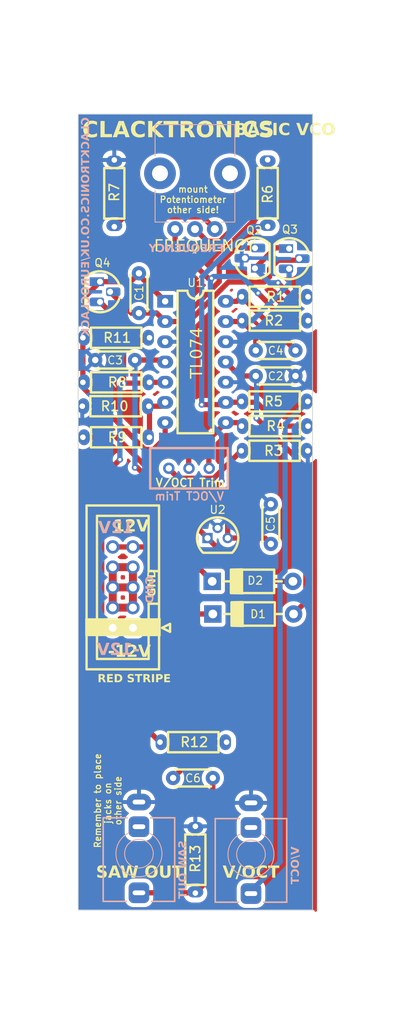
<source format=kicad_pcb>
(kicad_pcb (version 20221018) (generator pcbnew)
  (layers (0 "F.Cu" signal) (31 "B.Cu" signal) (34 "B.Paste" user) (35 "F.Paste" user) (36 "B.SilkS" user "B.Silkscreen") (37 "F.SilkS" user "F.Silkscreen") (38 "B.Mask" user) (39 "F.Mask" user) (44 "Edge.Cuts" user))
  (net 0 "")
  (net 1 "-12V")
  (net 2 "GND")
  (net 3 "+12V")
  (net 4 "Net-(D1-K)")
  (net 5 "Net-(D2-K)")
  (net 6 "Net-(Q3-C)")
  (net 7 "Net-(C4-Pad2)")
  (net 8 "+5V")
  (net 9 "Net-(J1-Pin_3)")
  (net 10 "Net-(C6-Pad1)")
  (net 11 "Net-(J3-PadT)")
  (net 12 "Net-(C6-Pad2)")
  (net 13 "Net-(U1B--)")
  (net 14 "Net-(Q2-E)")
  (net 15 "Net-(Q3-B)")
  (net 16 "Net-(R3-Pad2)")
  (net 17 "Net-(R4-Pad1)")
  (net 18 "Net-(U1C--)")
  (net 19 "Net-(R6-Pad1)")
  (net 20 "Net-(R7-Pad1)")
  (net 21 "Net-(R11-Pad1)")
  (net 22 "Net-(Q2-C)")
  (net 23 "Net-(Q4-D)")
  (net 24 "Net-(Q4-G)")
  (footprint "Clacktronics:R_Axial_DIN0204_L3.6mm_D1.6mm_P7.62mm_Horizontal" (layer "F.Cu") (at 125.85 79.7)
    (fp_text reference "R8" (at 4.318 0) (layer "F.SilkS") (effects (font (size 1.2 1.2) (thickness 0.2) bold)))
    (fp_text value "1M")
    (fp_line (start 1.016 -1.27) (end 1.016 1.27) (stroke (width 0.3)) (layer "F.SilkS"))
    (fp_line (start 1.016 1.27) (end 7.366 1.27) (stroke (width 0.3)) (layer "F.SilkS"))
    (fp_line (start 7.366 -1.27) (end 1.016 -1.27) (stroke (width 0.3)) (layer "F.SilkS"))
    (fp_line (start 7.366 1.27) (end 7.366 -1.27) (stroke (width 0.3)) (layer "F.SilkS"))
    (pad "1" thru_hole oval (at 0 0) (size 1.4 2) (drill 0.7 (offset 0.15 0)) (layers "*.Cu" "*.Mask") (net 21 "Net-(R11-Pad1)"))
    (pad "2" thru_hole oval (at 8.382 0 180) (size 1.4 2) (drill 0.7 (offset 0.15 0)) (layers "*.Cu" "*.Mask") (net 23 "Net-(Q4-D)"))
  )
  (footprint "Clacktronics:C_TH_Disc_P5.00mm" (layer "F.Cu") (at 149.5 95 -90)
    (fp_text reference "C5" (at 2.5 0.0254 90) (layer "F.SilkS"))
    (fp_text value "100n")
    (fp_line (start 0.23 -1.07) (end 0.23 -1.055) (stroke (width 0.3)) (layer "F.SilkS"))
    (fp_line (start 0.23 -1.07) (end 4.77 -1.07) (stroke (width 0.3)) (layer "F.SilkS"))
    (fp_line (start 0.23 1.055) (end 0.23 1.07) (stroke (width 0.3)) (layer "F.SilkS"))
    (fp_line (start 0.23 1.07) (end 4.77 1.07) (stroke (width 0.3)) (layer "F.SilkS"))
    (fp_line (start 4.77 -1.07) (end 4.77 -1.055) (stroke (width 0.3)) (layer "F.SilkS"))
    (fp_line (start 4.77 1.055) (end 4.77 1.07) (stroke (width 0.3)) (layer "F.SilkS"))
    (pad "1" thru_hole circle (at 0 0 270) (size 1.8 1.8) (drill 0.8) (layers "*.Cu" "*.Mask") (net 2 "GND"))
    (pad "2" thru_hole circle (at 5 0 270) (size 1.8 1.8) (drill 0.8) (layers "*.Cu" "*.Mask") (net 8 "+5V"))
  )
  (footprint "Package_TO_SOT_THT:TO-92_HandSolder" (layer "F.Cu") (at 151.8 62.9 -90)
    (fp_text reference "Q3" (at -2.4 -0.1) (layer "F.SilkS"))
    (fp_text value "2N3904")
    (fp_line (start -0.53 1.85) (end 3.07 1.85) (stroke (width 0.3)) (layer "F.SilkS"))
    (fp_arc (start -0.541875 1.841741) (mid -1.247231 -0.581764) (end 0.45 -2.45) (stroke (width 0.3)) (layer "F.SilkS"))
    (fp_arc (start 2.05 -2.45) (mid 3.769931 -0.601036) (end 3.078445 1.827684) (stroke (width 0.3)) (layer "F.SilkS"))
    (pad "1" thru_hole rect (at 0 0 270) (size 1.1 1.8) (drill 0.75 (offset 0 0.4)) (layers "*.Cu" "*.Mask") (net 14 "Net-(Q2-E)"))
    (pad "2" thru_hole roundrect (at 1.27 -1.27 270) (size 1.1 1.8) (drill 0.75 (offset 0 -0.4)) (layers "*.Cu" "*.Mask") (net 15 "Net-(Q3-B)"))
    (pad "3" thru_hole roundrect (at 2.54 0 270) (size 1.1 1.8) (drill 0.75 (offset 0 0.4)) (layers "*.Cu" "*.Mask") (net 6 "Net-(Q3-C)"))
  )
  (footprint "Clacktronics:R_Axial_DIN0204_L3.6mm_D1.6mm_P7.62mm_Horizontal" (layer "F.Cu") (at 129.8 60.1535 90)
    (fp_text reference "R7" (at 4.318 0 90) (layer "F.SilkS") (effects (font (size 1.2 1.2) (thickness 0.2) bold)))
    (fp_text value "2k")
    (fp_line (start 1.016 -1.27) (end 1.016 1.27) (stroke (width 0.3)) (layer "F.SilkS"))
    (fp_line (start 1.016 1.27) (end 7.366 1.27) (stroke (width 0.3)) (layer "F.SilkS"))
    (fp_line (start 7.366 -1.27) (end 1.016 -1.27) (stroke (width 0.3)) (layer "F.SilkS"))
    (fp_line (start 7.366 1.27) (end 7.366 -1.27) (stroke (width 0.3)) (layer "F.SilkS"))
    (pad "1" thru_hole oval (at 0 0 90) (size 1.4 2) (drill 0.7 (offset 0.15 0)) (layers "*.Cu" "*.Mask") (net 20 "Net-(R7-Pad1)"))
    (pad "2" thru_hole oval (at 8.382 0 270) (size 1.4 2) (drill 0.7 (offset 0.15 0)) (layers "*.Cu" "*.Mask") (net 2 "GND"))
  )
  (footprint "Clacktronics:R_Axial_DIN0204_L3.6mm_D1.6mm_P7.62mm_Horizontal" (layer "F.Cu") (at 145.7965 68.95)
    (fp_text reference "R1" (at 4.318 0) (layer "F.SilkS") (effects (font (size 1.2 1.2) (thickness 0.2) bold)))
    (fp_text value "10k")
    (fp_line (start 1.016 -1.27) (end 1.016 1.27) (stroke (width 0.3)) (layer "F.SilkS"))
    (fp_line (start 1.016 1.27) (end 7.366 1.27) (stroke (width 0.3)) (layer "F.SilkS"))
    (fp_line (start 7.366 -1.27) (end 1.016 -1.27) (stroke (width 0.3)) (layer "F.SilkS"))
    (fp_line (start 7.366 1.27) (end 7.366 -1.27) (stroke (width 0.3)) (layer "F.SilkS"))
    (pad "1" thru_hole oval (at 0 0) (size 1.4 2) (drill 0.7 (offset 0.15 0)) (layers "*.Cu" "*.Mask") (net 7 "Net-(C4-Pad2)"))
    (pad "2" thru_hole oval (at 8.382 0 180) (size 1.4 2) (drill 0.7 (offset 0.15 0)) (layers "*.Cu" "*.Mask") (net 14 "Net-(Q2-E)"))
  )
  (footprint "Clacktronics:R_Axial_DIN0204_L3.6mm_D1.6mm_P7.62mm_Horizontal" (layer "F.Cu") (at 125.8465 74.1)
    (fp_text reference "R11" (at 4.318 0) (layer "F.SilkS") (effects (font (size 1.2 1.2) (thickness 0.2) bold)))
    (fp_text value "20k")
    (fp_line (start 1.016 -1.27) (end 1.016 1.27) (stroke (width 0.3)) (layer "F.SilkS"))
    (fp_line (start 1.016 1.27) (end 7.366 1.27) (stroke (width 0.3)) (layer "F.SilkS"))
    (fp_line (start 7.366 -1.27) (end 1.016 -1.27) (stroke (width 0.3)) (layer "F.SilkS"))
    (fp_line (start 7.366 1.27) (end 7.366 -1.27) (stroke (width 0.3)) (layer "F.SilkS"))
    (pad "1" thru_hole oval (at 0 0) (size 1.4 2) (drill 0.7 (offset 0.15 0)) (layers "*.Cu" "*.Mask") (net 21 "Net-(R11-Pad1)"))
    (pad "2" thru_hole oval (at 8.382 0 180) (size 1.4 2) (drill 0.7 (offset 0.15 0)) (layers "*.Cu" "*.Mask") (net 24 "Net-(Q4-G)"))
  )
  (footprint "Clacktronics:R_Axial_DIN0204_L3.6mm_D1.6mm_P7.62mm_Horizontal" (layer "F.Cu") (at 140 143.8535 90)
    (fp_text reference "R13" (at 4.318 0 90) (layer "F.SilkS") (effects (font (size 1.2 1.2) (thickness 0.2) bold)))
    (fp_text value "1M")
    (fp_line (start 1.016 -1.27) (end 1.016 1.27) (stroke (width 0.3)) (layer "F.SilkS"))
    (fp_line (start 1.016 1.27) (end 7.366 1.27) (stroke (width 0.3)) (layer "F.SilkS"))
    (fp_line (start 7.366 -1.27) (end 1.016 -1.27) (stroke (width 0.3)) (layer "F.SilkS"))
    (fp_line (start 7.366 1.27) (end 7.366 -1.27) (stroke (width 0.3)) (layer "F.SilkS"))
    (pad "1" thru_hole oval (at 0 0 90) (size 1.4 2) (drill 0.7 (offset 0.15 0)) (layers "*.Cu" "*.Mask") (net 12 "Net-(C6-Pad2)"))
    (pad "2" thru_hole oval (at 8.382 0 270) (size 1.4 2) (drill 0.7 (offset 0.15 0)) (layers "*.Cu" "*.Mask") (net 2 "GND"))
  )
  (footprint "Package_TO_SOT_THT:TO-92" (layer "F.Cu") (at 141.53 99.26)
    (fp_text reference "U2" (at 1.27 -3.56) (layer "F.SilkS"))
    (fp_text value "L7805")
    (fp_line (start -0.53 1.85) (end 3.07 1.85) (stroke (width 0.3)) (layer "F.SilkS"))
    (fp_arc (start -0.568478 1.838478) (mid -1.132087 -0.994977) (end 1.27 -2.6) (stroke (width 0.3)) (layer "F.SilkS"))
    (fp_arc (start 1.27 -2.6) (mid 3.672087 -0.994977) (end 3.108478 1.838478) (stroke (width 0.3)) (layer "F.SilkS"))
    (pad "1" thru_hole rect (at 0 0) (size 1.3 1.3) (drill 0.75) (layers "*.Cu" "*.Mask") (net 3 "+12V"))
    (pad "2" thru_hole circle (at 1.27 -1.27) (size 1.3 1.3) (drill 0.75) (layers "*.Cu" "*.Mask") (net 2 "GND"))
    (pad "3" thru_hole circle (at 2.54 0) (size 1.3 1.3) (drill 0.75) (layers "*.Cu" "*.Mask") (net 8 "+5V"))
  )
  (footprint "Clacktronics:C_TH_Disc_P5.00mm" (layer "F.Cu") (at 147.6 75.7)
    (fp_text reference "C4" (at 2.5 0.0254) (layer "F.SilkS"))
    (fp_text value "100p")
    (fp_line (start 0.23 -1.07) (end 0.23 -1.055) (stroke (width 0.3)) (layer "F.SilkS"))
    (fp_line (start 0.23 -1.07) (end 4.77 -1.07) (stroke (width 0.3)) (layer "F.SilkS"))
    (fp_line (start 0.23 1.055) (end 0.23 1.07) (stroke (width 0.3)) (layer "F.SilkS"))
    (fp_line (start 0.23 1.07) (end 4.77 1.07) (stroke (width 0.3)) (layer "F.SilkS"))
    (fp_line (start 4.77 -1.07) (end 4.77 -1.055) (stroke (width 0.3)) (layer "F.SilkS"))
    (fp_line (start 4.77 1.055) (end 4.77 1.07) (stroke (width 0.3)) (layer "F.SilkS"))
    (pad "1" thru_hole circle (at 0 0) (size 1.8 1.8) (drill 0.8) (layers "*.Cu" "*.Mask") (net 6 "Net-(Q3-C)"))
    (pad "2" thru_hole circle (at 5 0) (size 1.8 1.8) (drill 0.8) (layers "*.Cu" "*.Mask") (net 7 "Net-(C4-Pad2)"))
  )
  (footprint "Clacktronics:R_Axial_DIN0204_L3.6mm_D1.6mm_P7.62mm_Horizontal" (layer "F.Cu") (at 125.8465 86.6)
    (fp_text reference "R9" (at 4.318 0) (layer "F.SilkS") (effects (font (size 1.2 1.2) (thickness 0.2) bold)))
    (fp_text value "100k")
    (fp_line (start 1.016 -1.27) (end 1.016 1.27) (stroke (width 0.3)) (layer "F.SilkS"))
    (fp_line (start 1.016 1.27) (end 7.366 1.27) (stroke (width 0.3)) (layer "F.SilkS"))
    (fp_line (start 7.366 -1.27) (end 1.016 -1.27) (stroke (width 0.3)) (layer "F.SilkS"))
    (fp_line (start 7.366 1.27) (end 7.366 -1.27) (stroke (width 0.3)) (layer "F.SilkS"))
    (pad "1" thru_hole oval (at 0 0) (size 1.4 2) (drill 0.7 (offset 0.15 0)) (layers "*.Cu" "*.Mask") (net 8 "+5V"))
    (pad "2" thru_hole oval (at 8.382 0 180) (size 1.4 2) (drill 0.7 (offset 0.15 0)) (layers "*.Cu" "*.Mask") (net 13 "Net-(U1B--)"))
  )
  (footprint "Clacktronics:D_TH_DO-41_P10.16mm" (layer "F.Cu") (at 142.2 108.8)
    (fp_text reference "D1" (at 5.69 0.01) (layer "F.SilkS"))
    (fp_text value "D")
    (fp_line (start 1.4 0) (end 2.35 0) (stroke (width 0.3)) (layer "F.SilkS"))
    (fp_line (start 2.36 -1.47) (end 2.36 1.47) (stroke (width 0.3)) (layer "F.SilkS"))
    (fp_line (start 2.36 1.47) (end 7.8 1.47) (stroke (width 0.3)) (layer "F.SilkS"))
    (fp_line (start 7.8 -1.47) (end 2.36 -1.47) (stroke (width 0.3)) (layer "F.SilkS"))
    (fp_line (start 7.8 0) (end 8.75 0) (stroke (width 0.3)) (layer "F.SilkS"))
    (fp_line (start 7.8 1.47) (end 7.8 -1.47) (stroke (width 0.3)) (layer "F.SilkS"))
    (fp_poly (pts (xy 2.36 -1.47) (xy 2.36 1.47) (xy 3.75 1.5) (xy 3.75 -1.5)) (stroke (width 0.3)) (fill solid) (layer "F.SilkS"))
    (pad "1" thru_hole rect (at 0 0) (size 2.2 2.2) (drill 1.1) (layers "*.Cu" "*.Mask") (net 4 "Net-(D1-K)"))
    (pad "2" thru_hole oval (at 10.16 0) (size 2.2 2.2) (drill 1.1) (layers "*.Cu" "*.Mask") (net 1 "-12V"))
  )
  (footprint "Clacktronics:R_Axial_DIN0204_L3.6mm_D1.6mm_P7.62mm_Horizontal" (layer "F.Cu") (at 145.7965 85.2)
    (fp_text reference "R4" (at 4.318 0) (layer "F.SilkS") (effects (font (size 1.2 1.2) (thickness 0.2) bold)))
    (fp_text value "2k")
    (fp_line (start 1.016 -1.27) (end 1.016 1.27) (stroke (width 0.3)) (layer "F.SilkS"))
    (fp_line (start 1.016 1.27) (end 7.366 1.27) (stroke (width 0.3)) (layer "F.SilkS"))
    (fp_line (start 7.366 -1.27) (end 1.016 -1.27) (stroke (width 0.3)) (layer "F.SilkS"))
    (fp_line (start 7.366 1.27) (end 7.366 -1.27) (stroke (width 0.3)) (layer "F.SilkS"))
    (pad "1" thru_hole oval (at 0 0) (size 1.4 2) (drill 0.7 (offset 0.15 0)) (layers "*.Cu" "*.Mask") (net 17 "Net-(R4-Pad1)"))
    (pad "2" thru_hole oval (at 8.382 0 180) (size 1.4 2) (drill 0.7 (offset 0.15 0)) (layers "*.Cu" "*.Mask") (net 18 "Net-(U1C--)"))
  )
  (footprint "Clacktronics:R_Axial_DIN0204_L3.6mm_D1.6mm_P7.62mm_Horizontal" (layer "F.Cu") (at 154.1535 82.1 180)
    (fp_text reference "R5" (at 4.318 0 180) (layer "F.SilkS") (effects (font (size 1.2 1.2) (thickness 0.2) bold)))
    (fp_text value "100k")
    (fp_line (start 1.016 -1.27) (end 1.016 1.27) (stroke (width 0.3)) (layer "F.SilkS"))
    (fp_line (start 1.016 1.27) (end 7.366 1.27) (stroke (width 0.3)) (layer "F.SilkS"))
    (fp_line (start 7.366 -1.27) (end 1.016 -1.27) (stroke (width 0.3)) (layer "F.SilkS"))
    (fp_line (start 7.366 1.27) (end 7.366 -1.27) (stroke (width 0.3)) (layer "F.SilkS"))
    (pad "1" thru_hole oval (at 0 0 180) (size 1.4 2) (drill 0.7 (offset 0.15 0)) (layers "*.Cu" "*.Mask") (net 11 "Net-(J3-PadT)"))
    (pad "2" thru_hole oval (at 8.382 0) (size 1.4 2) (drill 0.7 (offset 0.15 0)) (layers "*.Cu" "*.Mask") (net 18 "Net-(U1C--)"))
  )
  (footprint "Clacktronics:R_Axial_DIN0204_L3.6mm_D1.6mm_P7.62mm_Horizontal" (layer "F.Cu") (at 149.1 51.7465 -90)
    (fp_text reference "R6" (at 4.318 0 -90) (layer "F.SilkS") (effects (font (size 1.2 1.2) (thickness 0.2) bold)))
    (fp_text value "100k")
    (fp_line (start 1.016 -1.27) (end 1.016 1.27) (stroke (width 0.3)) (layer "F.SilkS"))
    (fp_line (start 1.016 1.27) (end 7.366 1.27) (stroke (width 0.3)) (layer "F.SilkS"))
    (fp_line (start 7.366 -1.27) (end 1.016 -1.27) (stroke (width 0.3)) (layer "F.SilkS"))
    (fp_line (start 7.366 1.27) (end 7.366 -1.27) (stroke (width 0.3)) (layer "F.SilkS"))
    (pad "1" thru_hole oval (at 0 0 270) (size 1.4 2) (drill 0.7 (offset 0.15 0)) (layers "*.Cu" "*.Mask") (net 19 "Net-(R6-Pad1)"))
    (pad "2" thru_hole oval (at 8.382 0 90) (size 1.4 2) (drill 0.7 (offset 0.15 0)) (layers "*.Cu" "*.Mask") (net 18 "Net-(U1C--)"))
  )
  (footprint "Clacktronics:C_TH_Disc_P5.00mm" (layer "F.Cu") (at 127.4 76.9)
    (fp_text reference "C3" (at 2.5 0.0254) (layer "F.SilkS"))
    (fp_text value "100n")
    (fp_line (start 0.23 -1.07) (end 0.23 -1.055) (stroke (width 0.3)) (layer "F.SilkS"))
    (fp_line (start 0.23 -1.07) (end 4.77 -1.07) (stroke (width 0.3)) (layer "F.SilkS"))
    (fp_line (start 0.23 1.055) (end 0.23 1.07) (stroke (width 0.3)) (layer "F.SilkS"))
    (fp_line (start 0.23 1.07) (end 4.77 1.07) (stroke (width 0.3)) (layer "F.SilkS"))
    (fp_line (start 4.77 -1.07) (end 4.77 -1.055) (stroke (width 0.3)) (layer "F.SilkS"))
    (fp_line (start 4.77 1.055) (end 4.77 1.07) (stroke (width 0.3)) (layer "F.SilkS"))
    (pad "1" thru_hole circle (at 0 0) (size 1.8 1.8) (drill 0.8) (layers "*.Cu" "*.Mask") (net 2 "GND"))
    (pad "2" thru_hole circle (at 5 0) (size 1.8 1.8) (drill 0.8) (layers "*.Cu" "*.Mask") (net 3 "+12V"))
  )
  (footprint "Clacktronics:R_Axial_DIN0204_L3.6mm_D1.6mm_P7.62mm_Horizontal" (layer "F.Cu") (at 154.2 71.95 180)
    (fp_text reference "R2" (at 4.318 0 180) (layer "F.SilkS") (effects (font (size 1.2 1.2) (thickness 0.2) bold)))
    (fp_text value "1M")
    (fp_line (start 1.016 -1.27) (end 1.016 1.27) (stroke (width 0.3)) (layer "F.SilkS"))
    (fp_line (start 1.016 1.27) (end 7.366 1.27) (stroke (width 0.3)) (layer "F.SilkS"))
    (fp_line (start 7.366 -1.27) (end 1.016 -1.27) (stroke (width 0.3)) (layer "F.SilkS"))
    (fp_line (start 7.366 1.27) (end 7.366 -1.27) (stroke (width 0.3)) (layer "F.SilkS"))
    (pad "1" thru_hole oval (at 0 0 180) (size 1.4 2) (drill 0.7 (offset 0.15 0)) (layers "*.Cu" "*.Mask") (net 8 "+5V"))
    (pad "2" thru_hole oval (at 8.382 0) (size 1.4 2) (drill 0.7 (offset 0.15 0)) (layers "*.Cu" "*.Mask") (net 6 "Net-(Q3-C)"))
  )
  (footprint "Clacktronics:C_TH_Disc_P5.00mm" (layer "F.Cu") (at 132.9 71 90)
    (fp_text reference "C1" (at 2.5 0.0254 90) (layer "F.SilkS"))
    (fp_text value "1u")
    (fp_line (start 0.23 -1.07) (end 0.23 -1.055) (stroke (width 0.3)) (layer "F.SilkS"))
    (fp_line (start 0.23 -1.07) (end 4.77 -1.07) (stroke (width 0.3)) (layer "F.SilkS"))
    (fp_line (start 0.23 1.055) (end 0.23 1.07) (stroke (width 0.3)) (layer "F.SilkS"))
    (fp_line (start 0.23 1.07) (end 4.77 1.07) (stroke (width 0.3)) (layer "F.SilkS"))
    (fp_line (start 4.77 -1.07) (end 4.77 -1.055) (stroke (width 0.3)) (layer "F.SilkS"))
    (fp_line (start 4.77 1.055) (end 4.77 1.07) (stroke (width 0.3)) (layer "F.SilkS"))
    (pad "1" thru_hole circle (at 0 0 90) (size 1.8 1.8) (drill 0.8) (layers "*.Cu" "*.Mask") (net 22 "Net-(Q2-C)"))
    (pad "2" thru_hole circle (at 5 0 90) (size 1.8 1.8) (drill 0.8) (layers "*.Cu" "*.Mask") (net 23 "Net-(Q4-D)"))
  )
  (footprint "Clacktronics:R_Axial_DIN0204_L3.6mm_D1.6mm_P7.62mm_Horizontal" (layer "F.Cu") (at 135.5465 124.9)
    (fp_text reference "R12" (at 4.318 0) (layer "F.SilkS") (effects (font (size 1.2 1.2) (thickness 0.2) bold)))
    (fp_text value "1k")
    (fp_line (start 1.016 -1.27) (end 1.016 1.27) (stroke (width 0.3)) (layer "F.SilkS"))
    (fp_line (start 1.016 1.27) (end 7.366 1.27) (stroke (width 0.3)) (layer "F.SilkS"))
    (fp_line (start 7.366 -1.27) (end 1.016 -1.27) (stroke (width 0.3)) (layer "F.SilkS"))
    (fp_line (start 7.366 1.27) (end 7.366 -1.27) (stroke (width 0.3)) (layer "F.SilkS"))
    (pad "1" thru_hole oval (at 0 0) (size 1.4 2) (drill 0.7 (offset 0.15 0)) (layers "*.Cu" "*.Mask") (net 23 "Net-(Q4-D)"))
    (pad "2" thru_hole oval (at 8.382 0 180) (size 1.4 2) (drill 0.7 (offset 0.15 0)) (layers "*.Cu" "*.Mask") (net 10 "Net-(C6-Pad1)"))
  )
  (footprint "Clacktronics:R_Axial_DIN0204_L3.6mm_D1.6mm_P7.62mm_Horizontal" (layer "F.Cu") (at 154.1535 88.3 180)
    (fp_text reference "R3" (at 4.318 0 180) (layer "F.SilkS") (effects (font (size 1.2 1.2) (thickness 0.2) bold)))
    (fp_text value "1M")
    (fp_line (start 1.016 -1.27) (end 1.016 1.27) (stroke (width 0.3)) (layer "F.SilkS"))
    (fp_line (start 1.016 1.27) (end 7.366 1.27) (stroke (width 0.3)) (layer "F.SilkS"))
    (fp_line (start 7.366 -1.27) (end 1.016 -1.27) (stroke (width 0.3)) (layer "F.SilkS"))
    (fp_line (start 7.366 1.27) (end 7.366 -1.27) (stroke (width 0.3)) (layer "F.SilkS"))
    (pad "1" thru_hole oval (at 0 0 180) (size 1.4 2) (drill 0.7 (offset 0.15 0)) (layers "*.Cu" "*.Mask") (net 2 "GND"))
    (pad "2" thru_hole oval (at 8.382 0) (size 1.4 2) (drill 0.7 (offset 0.15 0)) (layers "*.Cu" "*.Mask") (net 16 "Net-(R3-Pad2)"))
  )
  (footprint "Package_TO_SOT_THT:TO-92L_HandSolder" (layer "F.Cu") (at 128 67.06 -90)
    (fp_text reference "Q4" (at -2.36 -0.3) (layer "F.SilkS"))
    (fp_text value "J113")
    (fp_line (start -0.53 1.85) (end 3.07 1.85) (stroke (width 0.3)) (layer "F.SilkS"))
    (fp_arc (start -0.541453 1.842156) (mid -1.247298 -0.581475) (end 0.45 -2.45) (stroke (width 0.3)) (layer "F.SilkS"))
    (fp_arc (start 2.05 -2.45) (mid 3.769931 -0.601036) (end 3.078445 1.827684) (stroke (width 0.3)) (layer "F.SilkS"))
    (pad "1" thru_hole rect (at 0 0 270) (size 1.1 1.8) (drill 0.75 (offset 0 0.4)) (layers "*.Cu" "*.Mask") (net 23 "Net-(Q4-D)"))
    (pad "2" thru_hole roundrect (at 1.27 -1.27 270) (size 1.1 1.8) (drill 0.75 (offset 0 -0.4)) (layers "*.Cu" "*.Mask") (net 22 "Net-(Q2-C)"))
    (pad "3" thru_hole roundrect (at 2.54 0 270) (size 1.1 1.8) (drill 0.75 (offset 0 0.4)) (layers "*.Cu" "*.Mask") (net 24 "Net-(Q4-G)"))
  )
  (footprint "Clacktronics:D_TH_DO-41_P10.16mm" (layer "F.Cu") (at 142.12 104.7)
    (fp_text reference "D2" (at 5.41 -0.1) (layer "F.SilkS"))
    (fp_text value "D")
    (fp_line (start 1.4 0) (end 2.35 0) (stroke (width 0.3)) (layer "F.SilkS"))
    (fp_line (start 2.36 -1.47) (end 2.36 1.47) (stroke (width 0.3)) (layer "F.SilkS"))
    (fp_line (start 2.36 1.47) (end 7.8 1.47) (stroke (width 0.3)) (layer "F.SilkS"))
    (fp_line (start 7.8 -1.47) (end 2.36 -1.47) (stroke (width 0.3)) (layer "F.SilkS"))
    (fp_line (start 7.8 0) (end 8.75 0) (stroke (width 0.3)) (layer "F.SilkS"))
    (fp_line (start 7.8 1.47) (end 7.8 -1.47) (stroke (width 0.3)) (layer "F.SilkS"))
    (fp_poly (pts (xy 2.36 -1.47) (xy 2.36 1.47) (xy 3.75 1.5) (xy 3.75 -1.5)) (stroke (width 0.3)) (fill solid) (layer "F.SilkS"))
    (pad "1" thru_hole rect (at 0 0) (size 2.2 2.2) (drill 1.1) (layers "*.Cu" "*.Mask") (net 5 "Net-(D2-K)"))
    (pad "2" thru_hole oval (at 10.16 0) (size 2.2 2.2) (drill 1.1) (layers "*.Cu" "*.Mask") (net 3 "+12V"))
  )
  (footprint "Clacktronics:C_TH_Disc_P5.00mm" (layer "F.Cu") (at 137.2 129.4)
    (fp_text reference "C6" (at 2.5 0.0254) (layer "F.SilkS"))
    (fp_text value "1u")
    (fp_line (start 0.23 -1.07) (end 0.23 -1.055) (stroke (width 0.3)) (layer "F.SilkS"))
    (fp_line (start 0.23 -1.07) (end 4.77 -1.07) (stroke (width 0.3)) (layer "F.SilkS"))
    (fp_line (start 0.23 1.055) (end 0.23 1.07) (stroke (width 0.3)) (layer "F.SilkS"))
    (fp_line (start 0.23 1.07) (end 4.77 1.07) (stroke (width 0.3)) (layer "F.SilkS"))
    (fp_line (start 4.77 -1.07) (end 4.77 -1.055) (stroke (width 0.3)) (layer "F.SilkS"))
    (fp_line (start 4.77 1.055) (end 4.77 1.07) (stroke (width 0.3)) (layer "F.SilkS"))
    (pad "1" thru_hole circle (at 0 0) (size 1.8 1.8) (drill 0.8) (layers "*.Cu" "*.Mask") (net 10 "Net-(C6-Pad1)"))
    (pad "2" thru_hole circle (at 5 0) (size 1.8 1.8) (drill 0.8) (layers "*.Cu" "*.Mask") (net 12 "Net-(C6-Pad2)"))
  )
  (footprint "Connector_IDC:IDC-Header_2x05_P2.54mm_Vertical" (layer "F.Cu") (at 132.14 110.54 180)
    (fp_text reference "J1" hide)
    (fp_text value "Conn_02x05_Odd_Even")
    (fp_line (start -4.68 -0.5) (end -4.68 0.5) (stroke (width 0.3)) (layer "F.SilkS"))
    (fp_line (start -4.68 0.5) (end -3.68 0) (stroke (width 0.3)) (layer "F.SilkS"))
    (fp_line (start -3.68 0) (end -4.68 -0.5) (stroke (width 0.3)) (layer "F.SilkS"))
    (fp_line (start -3.29 -5.21) (end 5.83 -5.21) (stroke (width 0.3)) (layer "F.SilkS"))
    (fp_line (start -3.29 3.03) (end -1.98 3.03) (stroke (width 0.3)) (layer "F.SilkS"))
    (fp_line (start -3.29 15.37) (end -3.29 -5.21) (stroke (width 0.3)) (layer "F.SilkS"))
    (fp_line (start -1.98 -3.91) (end 4.52 -3.91) (stroke (width 0.3)) (layer "F.SilkS"))
    (fp_line (start -1.98 3.03) (end -1.98 -3.91) (stroke (width 0.3)) (layer "F.SilkS"))
    (fp_line (start -1.98 7.13) (end -3.29 7.13) (stroke (width 0.3)) (layer "F.SilkS"))
    (fp_line (start -1.98 7.13) (end -1.98 7.13) (stroke (width 0.3)) (layer "F.SilkS"))
    (fp_line (start -1.98 14.07) (end -1.98 7.13) (stroke (width 0.3)) (layer "F.SilkS"))
    (fp_line (start 4.52 -3.91) (end 4.52 14.07) (stroke (width 0.3)) (layer "F.SilkS"))
    (fp_line (start 4.52 14.07) (end -1.98 14.07) (stroke (width 0.3)) (layer "F.SilkS"))
    (fp_line (start 5.83 -5.21) (end 5.83 15.37) (stroke (width 0.3)) (layer "F.SilkS"))
    (fp_line (start 5.83 15.37) (end -3.29 15.37) (stroke (width 0.3)) (layer "F.SilkS"))
    (pad "1" thru_hole roundrect (at 0 0 180) (size 1.7 1.7) (drill 1) (layers "*.Cu" "*.Mask") (roundrect_rratio 0.147059) (net 4 "Net-(D1-K)"))
    (pad "2" thru_hole circle (at 2.54 0 180) (size 1.7 1.7) (drill 1) (layers "*.Cu" "*.Mask") (net 4 "Net-(D1-K)"))
    (pad "3" thru_hole circle (at 0 2.54 180) (size 1.7 1.7) (drill 1) (layers "*.Cu" "*.Mask") (net 9 "Net-(J1-Pin_3)"))
    (pad "4" thru_hole circle (at 2.54 2.54 180) (size 1.7 1.7) (drill 1) (layers "*.Cu" "*.Mask") (net 9 "Net-(J1-Pin_3)"))
    (pad "5" thru_hole circle (at 0 5.08 180) (size 1.7 1.7) (drill 1) (layers "*.Cu" "*.Mask") (net 9 "Net-(J1-Pin_3)"))
    (pad "6" thru_hole circle (at 2.54 5.08 180) (size 1.7 1.7) (drill 1) (layers "*.Cu" "*.Mask") (net 9 "Net-(J1-Pin_3)"))
    (pad "7" thru_hole circle (at 0 7.62 180) (size 1.7 1.7) (drill 1) (layers "*.Cu" "*.Mask") (net 9 "Net-(J1-Pin_3)"))
    (pad "8" thru_hole circle (at 2.54 7.62 180) (size 1.7 1.7) (drill 1) (layers "*.Cu" "*.Mask") (net 9 "Net-(J1-Pin_3)"))
    (pad "9" thru_hole circle (at 0 10.16 180) (size 1.7 1.7) (drill 1) (layers "*.Cu" "*.Mask") (net 5 "Net-(D2-K)"))
    (pad "10" thru_hole circle (at 2.54 10.16 180) (size 1.7 1.7) (drill 1) (layers "*.Cu" "*.Mask") (net 5 "Net-(D2-K)"))
  )
  (footprint "Clacktronics:DIP-14_W7.62mm_LongPads" (layer "F.Cu") (at 136.2 69.525)
    (fp_text reference "U1" (at 3.81 -2.33) (layer "F.SilkS"))
    (fp_text value "TL074")
    (fp_line (start 1.56 -1.33) (end 1.56 16.57) (stroke (width 0.3)) (layer "F.SilkS"))
    (fp_line (start 1.56 16.57) (end 6.06 16.57) (stroke (width 0.3)) (layer "F.SilkS"))
    (fp_line (start 2.81 -1.33) (end 1.56 -1.33) (stroke (width 0.3)) (layer "F.SilkS"))
    (fp_line (start 6.06 -1.33) (end 4.81 -1.33) (stroke (width 0.3)) (layer "F.SilkS"))
    (fp_line (start 6.06 16.57) (end 6.06 -1.33) (stroke (width 0.3)) (layer "F.SilkS"))
    (fp_arc (start 4.81 -1.33) (mid 3.81 -0.33) (end 2.81 -1.33) (stroke (width 0.3)) (layer "F.SilkS"))
    (pad "1" thru_hole rect (at 0 0) (size 2 1.6) (drill 0.8) (layers "*.Cu" "*.Mask") (net 23 "Net-(Q4-D)"))
    (pad "2" thru_hole oval (at 0 2.54) (size 2 1.6) (drill 0.8) (layers "*.Cu" "*.Mask") (net 22 "Net-(Q2-C)"))
    (pad "3" thru_hole oval (at 0 5.08) (size 2 1.6) (drill 0.8) (layers "*.Cu" "*.Mask") (net 2 "GND"))
    (pad "4" thru_hole oval (at 0 7.62) (size 2 1.6) (drill 0.8) (layers "*.Cu" "*.Mask") (net 3 "+12V"))
    (pad "5" thru_hole oval (at 0 10.16) (size 2 1.6) (drill 0.8) (layers "*.Cu" "*.Mask") (net 23 "Net-(Q4-D)"))
    (pad "6" thru_hole oval (at 0 12.7) (size 2 1.6) (drill 0.8) (layers "*.Cu" "*.Mask") (net 13 "Net-(U1B--)"))
    (pad "7" thru_hole oval (at 0 15.24) (size 2 1.6) (drill 0.8) (layers "*.Cu" "*.Mask") (net 21 "Net-(R11-Pad1)"))
    (pad "8" thru_hole oval (at 7.62 15.24) (size 2 1.6) (drill 0.8) (layers "*.Cu" "*.Mask") (net 17 "Net-(R4-Pad1)"))
    (pad "9" thru_hole oval (at 7.62 12.7) (size 2 1.6) (drill 0.8) (layers "*.Cu" "*.Mask") (net 18 "Net-(U1C--)"))
    (pad "10" thru_hole oval (at 7.62 10.16) (size 2 1.6) (drill 0.8) (layers "*.Cu" "*.Mask") (net 2 "GND"))
    (pad "11" thru_hole oval (at 7.62 7.62) (size 2 1.6) (drill 0.8) (layers "*.Cu" "*.Mask") (net 1 "-12V"))
    (pad "12" thru_hole oval (at 7.62 5.08) (size 2 1.6) (drill 0.8) (layers "*.Cu" "*.Mask") (net 2 "GND"))
    (pad "13" thru_hole oval (at 7.62 2.54) (size 2 1.6) (drill 0.8) (layers "*.Cu" "*.Mask") (net 6 "Net-(Q3-C)"))
    (pad "14" thru_hole oval (at 7.62 0) (size 2 1.6) (drill 0.8) (layers "*.Cu" "*.Mask") (net 7 "Net-(C4-Pad2)"))
  )
  (footprint "Clacktronics:C_TH_Disc_P5.00mm" (layer "F.Cu") (at 147.6 78.9)
    (fp_text reference "C2" (at 2.5 0.0254) (layer "F.SilkS"))
    (fp_text value "100n")
    (fp_line (start 0.23 -1.07) (end 0.23 -1.055) (stroke (width 0.3)) (layer "F.SilkS"))
    (fp_line (start 0.23 -1.07) (end 4.77 -1.07) (stroke (width 0.3)) (layer "F.SilkS"))
    (fp_line (start 0.23 1.055) (end 0.23 1.07) (stroke (width 0.3)) (layer "F.SilkS"))
    (fp_line (start 0.23 1.07) (end 4.77 1.07) (stroke (width 0.3)) (layer "F.SilkS"))
    (fp_line (start 4.77 -1.07) (end 4.77 -1.055) (stroke (width 0.3)) (layer "F.SilkS"))
    (fp_line (start 4.77 1.055) (end 4.77 1.07) (stroke (width 0.3)) (layer "F.SilkS"))
    (pad "1" thru_hole circle (at 0 0) (size 1.8 1.8) (drill 0.8) (layers "*.Cu" "*.Mask") (net 1 "-12V"))
    (pad "2" thru_hole circle (at 5 0) (size 1.8 1.8) (drill 0.8) (layers "*.Cu" "*.Mask") (net 2 "GND"))
  )
  (footprint "Package_TO_SOT_THT:TO-92_HandSolder" (layer "F.Cu") (at 147.5 65.37 90)
    (fp_text reference "Q2" (at 4.77 -0.1) (layer "F.SilkS"))
    (fp_text value "2N3904")
    (fp_line (start -0.53 1.85) (end 3.07 1.85) (stroke (width 0.3)) (layer "F.SilkS"))
    (fp_arc (start -0.541875 1.841741) (mid -1.247231 -0.581764) (end 0.45 -2.45) (stroke (width 0.3)) (layer "F.SilkS"))
    (fp_arc (start 2.05 -2.45) (mid 3.769931 -0.601036) (end 3.078445 1.827684) (stroke (width 0.3)) (layer "F.SilkS"))
    (pad "1" thru_hole rect (at 0 0 90) (size 1.1 1.8) (drill 0.75 (offset 0 0.4)) (layers "*.Cu" "*.Mask") (net 14 "Net-(Q2-E)"))
    (pad "2" thru_hole roundrect (at 1.27 -1.27 90) (size 1.1 1.8) (drill 0.75 (offset 0 -0.4)) (layers "*.Cu" "*.Mask") (net 2 "GND"))
    (pad "3" thru_hole roundrect (at 2.54 0 90) (size 1.1 1.8) (drill 0.75 (offset 0 0.4)) (layers "*.Cu" "*.Mask") (net 22 "Net-(Q2-C)"))
  )
  (footprint "Clacktronics:R_Axial_DIN0204_L3.6mm_D1.6mm_P7.62mm_Horizontal" (layer "F.Cu") (at 134.1535 82.7 180)
    (fp_text reference "R10" (at 4.318 0 180) (layer "F.SilkS") (effects (font (size 1.2 1.2) (thickness 0.2) bold)))
    (fp_text value "100k")
    (fp_line (start 1.016 -1.27) (end 1.016 1.27) (stroke (width 0.3)) (layer "F.SilkS"))
    (fp_line (start 1.016 1.27) (end 7.366 1.27) (stroke (width 0.3)) (layer "F.SilkS"))
    (fp_line (start 7.366 -1.27) (end 1.016 -1.27) (stroke (width 0.3)) (layer "F.SilkS"))
    (fp_line (start 7.366 1.27) (end 7.366 -1.27) (stroke (width 0.3)) (layer "F.SilkS"))
    (pad "1" thru_hole oval (at 0 0 180) (size 1.4 2) (drill 0.7 (offset 0.15 0)) (layers "*.Cu" "*.Mask") (net 13 "Net-(U1B--)"))
    (pad "2" thru_hole oval (at 8.382 0) (size 1.4 2) (drill 0.7 (offset 0.15 0)) (layers "*.Cu" "*.Mask") (net 2 "GND"))
  )
  (footprint "Potentiometer_THT:Potentiometer_Bourns_3296W_Vertical" (layer "B.Cu") (at 141.74 90.5)
    (fp_text reference "RV1" hide)
    (fp_text value "100Ω")
    (fp_line (start -7.425 -2.54) (end 2.345 -2.54) (stroke (width 0.3)) (layer "B.SilkS"))
    (fp_line (start -7.425 2.53) (end -7.425 -2.54) (stroke (width 0.3)) (layer "B.SilkS"))
    (fp_line (start -7.425 2.53) (end 2.345 2.53) (stroke (width 0.3)) (layer "B.SilkS"))
    (fp_line (start 2.345 2.53) (end 2.345 -2.54) (stroke (width 0.3)) (layer "B.SilkS"))
    (pad "1" thru_hole circle (at 0 0) (size 1.44 1.44) (drill 0.8) (layers "*.Cu" "*.Mask") (net 17 "Net-(R4-Pad1)"))
    (pad "2" thru_hole circle (at -2.54 0) (size 1.44 1.44) (drill 0.8) (layers "*.Cu" "*.Mask") (net 15 "Net-(Q3-B)"))
    (pad "3" thru_hole circle (at -5.08 0) (size 1.44 1.44) (drill 0.8) (layers "*.Cu" "*.Mask") (net 16 "Net-(R3-Pad2)"))
  )
  (footprint "AudioJacks:Jack_3.5mm_QingPu_WQP-PJ366ST_Vertical" (layer "B.Cu") (at 132.9 138.9)
    (fp_text reference "J2" hide)
    (fp_text value "SAW OUT")
    (fp_line (start -4.5 -4.5) (end -4.5 6) (stroke (width 0.2)) (layer "B.SilkS"))
    (fp_line (start -4.5 -4.5) (end -1.5 -4.5) (stroke (width 0.2)) (layer "B.SilkS"))
    (fp_line (start -4.5 6) (end -1.6 6) (stroke (width 0.2)) (layer "B.SilkS"))
    (fp_line (start 1.5 -4.5) (end 4.5 -4.5) (stroke (width 0.2)) (layer "B.SilkS"))
    (fp_line (start 1.6 6) (end 4.5 6) (stroke (width 0.2)) (layer "B.SilkS"))
    (fp_line (start 4.5 -4.5) (end 4.5 6) (stroke (width 0.2)) (layer "B.SilkS"))
    (fp_arc (start 0 2.895) (mid -2.817353 0.665994) (end -1.296263 -2.588577) (stroke (width 0.12)) (layer "B.SilkS"))
    (fp_arc (start 1.296263 -2.588577) (mid 2.817353 0.665994) (end 0 2.895) (stroke (width 0.12)) (layer "B.SilkS"))
    (fp_circle (center 0 0) (end -1.8 0) (stroke (width 0.12)) (fill none) (layer "B.SilkS"))
    (pad "R" thru_hole roundrect (at 0 -3.38) (size 2.6 2.6) (drill oval 1.6 0.6) (layers "*.Cu" "*.Mask"))
    (pad "S" thru_hole oval (at 0 -6.48) (size 3.1 2.1) (drill oval 1.6 0.6) (layers "*.Cu" "*.Mask") (net 2 "GND"))
    (pad "T" thru_hole roundrect (at 0 4.92) (size 2.6 2.6) (drill oval 1.6 0.6) (layers "*.Cu" "*.Mask") (net 12 "Net-(C6-Pad2)"))
  )
  (footprint "Clacktronics:POT_TH_Alps_RK09K_Single_Vertical" (layer "B.Cu") (at 139.95 52.95 180)
    (fp_text reference "RV2" hide)
    (fp_text value "10k")
    (fp_line (start -5.021 -6.62) (end -5.021 -2.683) (stroke (width 0.12)) (layer "B.SilkS"))
    (fp_line (start -5.021 -6.62) (end -3.371 -6.62) (stroke (width 0.12)) (layer "B.SilkS"))
    (fp_line (start -5.021 1.684) (end -5.021 5.62) (stroke (width 0.12)) (layer "B.SilkS"))
    (fp_line (start -5.021 5.62) (end 5.02 5.62) (stroke (width 0.12)) (layer "B.SilkS"))
    (fp_line (start -1.629 -6.62) (end -0.87 -6.62) (stroke (width 0.12)) (layer "B.SilkS"))
    (fp_line (start 0.871 -6.62) (end 1.63 -6.62) (stroke (width 0.12)) (layer "B.SilkS"))
    (fp_line (start 3.37 -6.62) (end 5.02 -6.62) (stroke (width 0.12)) (layer "B.SilkS"))
    (fp_line (start 5.02 -6.62) (end 5.02 -2.683) (stroke (width 0.12)) (layer "B.SilkS"))
    (fp_line (start 5.02 1.684) (end 5.02 5.62) (stroke (width 0.12)) (layer "B.SilkS"))
    (pad "" thru_hole circle (at -4.4 -0.5 90) (size 4 4) (drill 2) (layers "*.Cu" "*.Mask"))
    (pad "" thru_hole circle (at 4.4 -0.5 90) (size 4 4) (drill 2) (layers "*.Cu" "*.Mask"))
    (pad "1" thru_hole circle (at 2.5 -7.5 90) (size 2 2) (drill 1) (layers "*.Cu" "*.Mask") (net 8 "+5V"))
    (pad "2" thru_hole circle (at 0 -7.5 180) (size 2 2) (drill 1) (layers "*.Cu" "*.Mask") (net 19 "Net-(R6-Pad1)"))
    (pad "3" thru_hole circle (at -2.5 -7.5 90) (size 2 2) (drill 1) (layers "*.Cu" "*.Mask") (net 20 "Net-(R7-Pad1)"))
  )
  (footprint "AudioJacks:Jack_3.5mm_QingPu_WQP-PJ366ST_Vertical" (layer "B.Cu") (at 147 139)
    (fp_text reference "J3" hide)
    (fp_text value "V/OCT")
    (fp_line (start -4.5 -4.5) (end -4.5 6) (stroke (width 0.2)) (layer "B.SilkS"))
    (fp_line (start -4.5 -4.5) (end -1.5 -4.5) (stroke (width 0.2)) (layer "B.SilkS"))
    (fp_line (start -4.5 6) (end -1.6 6) (stroke (width 0.2)) (layer "B.SilkS"))
    (fp_line (start 1.5 -4.5) (end 4.5 -4.5) (stroke (width 0.2)) (layer "B.SilkS"))
    (fp_line (start 1.6 6) (end 4.5 6) (stroke (width 0.2)) (layer "B.SilkS"))
    (fp_line (start 4.5 -4.5) (end 4.5 6) (stroke (width 0.2)) (layer "B.SilkS"))
    (fp_arc (start 0 2.895) (mid -2.817353 0.665994) (end -1.296263 -2.588577) (stroke (width 0.12)) (layer "B.SilkS"))
    (fp_arc (start 1.296263 -2.588577) (mid 2.817353 0.665994) (end 0 2.895) (stroke (width 0.12)) (layer "B.SilkS"))
    (fp_circle (center 0 0) (end -1.8 0) (stroke (width 0.12)) (fill none) (layer "B.SilkS"))
    (pad "R" thru_hole roundrect (at 0 -3.38) (size 2.6 2.6) (drill oval 1.6 0.6) (layers "*.Cu" "*.Mask"))
    (pad "S" thru_hole oval (at 0 -6.48) (size 3.1 2.1) (drill oval 1.6 0.6) (layers "*.Cu" "*.Mask") (net 2 "GND"))
    (pad "T" thru_hole roundrect (at 0 4.92) (size 2.6 2.6) (drill oval 1.6 0.6) (layers "*.Cu" "*.Mask") (net 11 "Net-(J3-PadT)"))
  )
  (gr_rect (start 126.1375 109.335) (end 135.6375 111.585) (fill solid) (layer "F.SilkS"))
  (gr_line (start 154.75 46) (end 125.25 46) (stroke (width 0.1)) (layer "Edge.Cuts"))
  (gr_line (start 154.75 146) (end 154.75 46) (stroke (width 0.1)) (layer "Edge.Cuts"))
  (gr_line (start 125.25 46) (end 125.25 146) (stroke (width 0.1)) (layer "Edge.Cuts"))
  (gr_line (start 125.25 146) (end 154.75 146) (stroke (width 0.1)) (layer "Edge.Cuts"))
  (gr_text "GND" (at 134.9 104 90) (layer "B.SilkS") (effects (font (size 1 1)) (justify left bottom mirror)))
  (gr_text "V/OCT" (at 153.2 138 90) (layer "B.SilkS") (effects (font (size 1 1)) (justify left bottom mirror)))
  (gr_text "FREQUENCY" (at 143.6 63.5) (layer "B.SilkS") (effects (font (size 1 1)) (justify left bottom mirror)))
  (gr_text "CLACKTRONICS.CO.UK/EUROCLACK" (at 126.8 46.4 90) (layer "B.SilkS") (effects (font (size 1 1)) (justify left bottom mirror)))
  (gr_text "-12V\n" (at 133 114.2) (layer "B.SilkS") (effects (font (size 1.5 1.5)) (justify left bottom mirror)))
  (gr_text "V/OCT Trim" (at 143.7 94.6) (layer "B.SilkS") (effects (font (size 1 1) (thickness 0.2) bold) (justify left bottom mirror)))
  (gr_text "SAW OUT" (at 139.05 137.25 90) (layer "B.SilkS") (effects (font (size 1 1)) (justify left bottom mirror)))
  (gr_text "12V" (at 132.3 98.9) (layer "B.SilkS") (effects (font (size 1.5 1.5)) (justify left bottom mirror)))
  (gr_text "12V" (at 129.64 98.69) (layer "F.SilkS") (effects (font (size 1.5 1.5)) (justify left bottom)))
  (gr_text "Remember to place\njacks on \nother side" (at 130.75 132.25 90) (layer "F.SilkS") (effects (font (size 0.8 0.8)) (justify bottom)))
  (gr_text "GND" (at 135.14 106.64 90) (layer "F.SilkS") (effects (font (size 1 1)) (justify left bottom)))
  (gr_text "FREQUENCY" (at 134.8 63.5) (layer "F.SilkS") (effects (font (size 1.5 1.5)) (justify left bottom)))
  (gr_text "TL074" (at 141.1 79.25 90) (layer "F.SilkS") (effects (font (size 1.5 1.5)) (justify left bottom)))
  (gr_text "BASIC VCO" (at 144.9 48.9) (layer "F.SilkS") (effects (font (size 1.5 1.5)) (justify left bottom)))
  (gr_text "-12V\n" (at 128.99 114.44) (layer "F.SilkS") (effects (font (size 1.5 1.5)) (justify left bottom)))
  (gr_text "CLACKTRONICS" (at 125.75 49.25) (layer "F.SilkS") (effects (font (size 2 2)) (justify left bottom)))
  (gr_text "V/OCT" (at 147 141.3) (layer "F.SilkS") (effects (font (size 1.5 1.5))))
  (gr_text "mount\nPotentiometer\nother side!" (at 139.7 58.5) (layer "F.SilkS") (effects (font (size 0.8 0.8)) (justify bottom)))
  (gr_text "V/OCT Trim" (at 134.9 92.9) (layer "F.SilkS") (effects (font (size 1 1) (thickness 0.2) bold) (justify left bottom)))
  (gr_text "SAW OUT" (at 133 141.3) (layer "F.SilkS") (effects (font (size 1.5 1.5))))
  (gr_text "RED STRIPE" (at 127.69 117.54) (layer "F.SilkS") (effects (font (size 1 1)) (justify left bottom)))
  (segment (start 140.3 63.4) (end 139.6 63.4) (width 0.66) (layer "F.Cu") (net 0))
  (segment (start 139.6 63.4) (end 139.3 63.1) (width 0.66) (layer "F.Cu") (net 0))
  (segment (start 152.36 108.8) (end 153.91 107.25) (width 0.66) (layer "F.Cu") (net 1))
  (segment (start 145.575 78.9) (end 143.82 77.145) (width 0.66) (layer "F.Cu") (net 1))
  (segment (start 153.91 90.41) (end 147.7 84.2) (width 0.66) (layer "F.Cu") (net 1))
  (segment (start 153.91 107.25) (end 153.91 90.41) (width 0.66) (layer "F.Cu") (net 1))
  (segment (start 147.6 78.9) (end 145.575 78.9) (width 0.66) (layer "F.Cu") (net 1))
  (via (at 147.7 84.2) (size 0.8) (drill 0.4) (layers "F.Cu" "B.Cu") (net 1))
  (segment (start 147.7 79) (end 147.6 78.9) (width 0.66) (layer "B.Cu") (net 1))
  (segment (start 147.7 84.2) (end 147.7 79) (width 0.66) (layer "B.Cu") (net 1))
  (segment (start 135.955 76.9) (end 136.2 77.145) (width 0.66) (layer "F.Cu") (net 3))
  (segment (start 132.67 90.4) (end 132.4 90.4) (width 0.66) (layer "F.Cu") (net 3))
  (segment (start 132.405 77.145) (end 132.4 77.15) (width 0.66) (layer "F.Cu") (net 3))
  (segment (start 146.97 104.7) (end 141.53 99.26) (width 0.66) (layer "F.Cu") (net 3))
  (segment (start 152.28 104.7) (end 146.97 104.7) (width 0.66) (layer "F.Cu") (net 3))
  (segment (start 141.53 99.26) (end 132.67 90.4) (width 0.66) (layer "F.Cu") (net 3))
  (segment (start 132.4 76.9) (end 135.955 76.9) (width 0.66) (layer "F.Cu") (net 3))
  (via (at 132.4 90.4) (size 0.8) (drill 0.4) (layers "F.Cu" "B.Cu") (net 3))
  (segment (start 132.4 90.4) (end 132.4 77.15) (width 0.66) (layer "B.Cu") (net 3))
  (segment (start 137.56 110.54) (end 129.6 110.54) (width 0.66) (layer "F.Cu") (net 4))
  (segment (start 139.3 108.8) (end 137.56 110.54) (width 0.66) (layer "F.Cu") (net 4))
  (segment (start 142.2 108.8) (end 139.3 108.8) (width 0.66) (layer "F.Cu") (net 4))
  (segment (start 137.72 100.3) (end 137.64 100.38) (width 0.66) (layer "F.Cu") (net 5))
  (segment (start 142.12 104.7) (end 137.72 100.3) (width 0.66) (layer "F.Cu") (net 5))
  (segment (start 137.64 100.38) (end 129.6 100.38) (width 0.66) (layer "F.Cu") (net 5))
  (segment (start 143.82 72.065) (end 145.703 72.065) (width 0.66) (layer "F.Cu") (net 6))
  (segment (start 145.703 72.065) (end 145.818 71.95) (width 0.66) (layer "F.Cu") (net 6))
  (segment (start 147.6 75.7) (end 147.455 75.7) (width 0.66) (layer "F.Cu") (net 6))
  (segment (start 147.6 73.732) (end 145.818 71.95) (width 0.66) (layer "F.Cu") (net 6))
  (segment (start 147.6 75.7) (end 147.6 73.732) (width 0.66) (layer "F.Cu") (net 6))
  (segment (start 145.818 71.95) (end 147.178 71.95) (width 0.66) (layer "B.Cu") (net 6))
  (segment (start 147.178 71.95) (end 151.8 67.328) (width 0.66) (layer "B.Cu") (net 6))
  (segment (start 151.8 67.328) (end 151.8 65.44) (width 0.66) (layer "B.Cu") (net 6))
  (segment (start 145.2215 69.525) (end 145.7965 68.95) (width 0.66) (layer "F.Cu") (net 7))
  (segment (start 152.6 75.7) (end 145.85 68.95) (width 0.66) (layer "F.Cu") (net 7))
  (segment (start 143.82 69.525) (end 145.2215 69.525) (width 0.66) (layer "F.Cu") (net 7))
  (segment (start 145.85 68.95) (end 145.7965 68.95) (width 0.66) (layer "F.Cu") (net 7))
  (segment (start 144.07 96.13) (end 144.07 99.26) (width 0.66) (layer "F.Cu") (net 8))
  (segment (start 141.614853 66.631077) (end 142.031077 66.631077) (width 0.66) (layer "F.Cu") (net 8))
  (segment (start 141.38 93.44) (end 144.07 96.13) (width 0.66) (layer "F.Cu") (net 8))
  (segment (start 151.35 71.95) (end 147.891035 68.491035) (width 0.66) (layer "F.Cu") (net 8))
  (segment (start 137.45 60.45) (end 137.45 62.466224) (width 0.66) (layer "F.Cu") (net 8))
  (segment (start 130.086224 86.6) (end 125.8465 86.6) (width 0.66) (layer "F.Cu") (net 8))
  (segment (start 136.926224 93.44) (end 141.38 93.44) (width 0.66) (layer "F.Cu") (net 8))
  (segment (start 136.926224 93.44) (end 130.086224 86.6) (width 0.66) (layer "F.Cu") (net 8))
  (segment (start 137.45 62.466224) (end 141.614853 66.631077) (width 0.66) (layer "F.Cu") (net 8))
  (segment (start 141.96 93.44) (end 143.3 92.1) (width 0.66) (layer "F.Cu") (net 8))
  (segment (start 154.2 71.95) (end 151.35 71.95) (width 0.66) (layer "F.Cu") (net 8))
  (segment (start 144.07 99.26) (end 148.76 99.26) (width 0.66) (layer "F.Cu") (net 8))
  (segment (start 141.38 93.44) (end 141.96 93.44) (width 0.66) (layer "F.Cu") (net 8))
  (segment (start 148.76 99.26) (end 149.5 100) (width 0.66) (layer "F.Cu") (net 8))
  (via (at 143.3 92.1) (size 0.8) (drill 0.4) (layers "F.Cu" "B.Cu") (net 8))
  (via (at 142.031077 66.631077) (size 0.8) (drill 0.4) (layers "F.Cu" "B.Cu") (net 8))
  (via (at 147.891035 68.491035) (size 0.8) (drill 0.4) (layers "F.Cu" "B.Cu") (net 8))
  (segment (start 141.892965 84.918869) (end 141.892965 66.769189) (width 0.66) (layer "B.Cu") (net 8))
  (segment (start 142.255119 66.407035) (end 142.031077 66.631077) (width 0.66) (layer "B.Cu") (net 8))
  (segment (start 141.892965 66.769189) (end 142.031077 66.631077) (width 0.66) (layer "B.Cu") (net 8))
  (segment (start 147.891035 68.491035) (end 145.807035 66.407035) (width 0.66) (layer "B.Cu") (net 8))
  (segment (start 143.3 86.325904) (end 141.892965 84.918869) (width 0.66) (layer "B.Cu") (net 8))
  (segment (start 143.3 92.1) (end 143.3 86.325904) (width 0.66) (layer "B.Cu") (net 8))
  (segment (start 145.807035 66.407035) (end 142.255119 66.407035) (width 0.66) (layer "B.Cu") (net 8))
  (segment (start 129.6 105.46) (end 129.6 108) (width 1) (layer "F.Cu") (net 9))
  (segment (start 129.6 102.92) (end 132.14 102.92) (width 1) (layer "F.Cu") (net 9))
  (segment (start 132.14 108) (end 132.14 105.46) (width 1) (layer "F.Cu") (net 9))
  (segment (start 132.14 105.46) (end 129.6 105.46) (width 1) (layer "F.Cu") (net 9))
  (segment (start 129.6 105.46) (end 129.6 102.92) (width 1) (layer "F.Cu") (net 9))
  (segment (start 132.14 102.92) (end 132.14 105.46) (width 1) (layer "F.Cu") (net 9))
  (segment (start 129.6 108) (end 132.14 108) (width 1) (layer "F.Cu") (net 9))
  (segment (start 143.9285 124.9) (end 141.7 124.9) (width 0.66) (layer "F.Cu") (net 10))
  (segment (start 141.7 124.9) (end 137.2 129.4) (width 0.66) (layer "F.Cu") (net 10))
  (segment (start 151.287415 84.966085) (end 151.287415 103.387416) (width 0.66) (layer "B.Cu") (net 11))
  (segment (start 150.7 139.9) (end 147 143.6) (width 0.66) (layer "B.Cu") (net 11))
  (segment (start 147 143.6) (end 147 143.92) (width 0.66) (layer "B.Cu") (net 11))
  (segment (start 150.65 139.85) (end 150.7 139.9) (width 0.66) (layer "B.Cu") (net 11))
  (segment (start 154.1535 82.1) (end 151.287415 84.966085) (width 0.66) (layer "B.Cu") (net 11))
  (segment (start 151.287415 103.387416) (end 150.65 104.024831) (width 0.66) (layer "B.Cu") (net 11))
  (segment (start 150.65 104.024831) (end 150.65 139.85) (width 0.66) (layer "B.Cu") (net 11))
  (segment (start 142.2 129.4) (end 142.2 141.6535) (width 0.66) (layer "F.Cu") (net 12))
  (segment (start 139.9665 143.82) (end 140 143.8535) (width 0.66) (layer "F.Cu") (net 12))
  (segment (start 132.9 143.82) (end 139.9665 143.82) (width 0.66) (layer "F.Cu") (net 12))
  (segment (start 142.2 141.6535) (end 140 143.8535) (width 0.66) (layer "F.Cu") (net 12))
  (segment (start 134.2285 85.7) (end 134.2285 82.775) (width 0.66) (layer "F.Cu") (net 13))
  (segment (start 135.725 82.7) (end 136.2 82.225) (width 0.66) (layer "F.Cu") (net 13))
  (segment (start 134.2285 82.775) (end 134.1535 82.7) (width 0.66) (layer "F.Cu") (net 13))
  (segment (start 134.1535 82.7) (end 135.725 82.7) (width 0.66) (layer "F.Cu") (net 13))
  (segment (start 147.5 65.37) (end 150.07 62.8) (width 0.66) (layer "F.Cu") (net 14))
  (segment (start 152.15 68.95) (end 150.4 67.2) (width 0.66) (layer "F.Cu") (net 14))
  (segment (start 151.7 62.8) (end 151.8 62.9) (width 0.66) (layer "F.Cu") (net 14))
  (segment (start 150.07 62.8) (end 151.7 62.8) (width 0.66) (layer "F.Cu") (net 14))
  (segment (start 154.1785 68.95) (end 152.15 68.95) (width 0.66) (layer "F.Cu") (net 14))
  (via (at 150.4 67.2) (size 0.8) (drill 0.4) (layers "F.Cu" "B.Cu") (net 14))
  (segment (start 150.4 67.2) (end 149.33 67.2) (width 0.66) (layer "B.Cu") (net 14))
  (segment (start 149.33 67.2) (end 147.5 65.37) (width 0.66) (layer "B.Cu") (net 14))
  (segment (start 150.433938 64.36) (end 149.33 65.463938) (width 0.66) (layer "F.Cu") (net 15))
  (segment (start 148.68 67.1) (end 144.164096 67.1) (width 0.66) (layer "F.Cu") (net 15))
  (segment (start 152.88 64.36) (end 150.433938 64.36) (width 0.66) (layer "F.Cu") (net 15))
  (segment (start 153.07 64.17) (end 152.88 64.36) (width 0.66) (layer "F.Cu") (net 15))
  (segment (start 149.33 65.463938) (end 149.33 66.45) (width 0.66) (layer "F.Cu") (net 15))
  (segment (start 139.16 72.104096) (end 144.164096 67.1) (width 0.66) (layer "F.Cu") (net 15))
  (segment (start 139.16 90.5) (end 139.16 72.104096) (width 0.66) (layer "F.Cu") (net 15))
  (segment (start 149.33 66.45) (end 148.68 67.1) (width 0.66) (layer "F.Cu") (net 15))
  (segment (start 136.62 90.5) (end 137.87 91.75) (width 0.66) (layer "F.Cu") (net 16))
  (segment (start 137.87 91.75) (end 142.3215 91.75) (width 0.66) (layer "F.Cu") (net 16))
  (segment (start 142.3215 91.75) (end 145.7715 88.3) (width 0.66) (layer "F.Cu") (net 16))
  (segment (start 141.7 86.885) (end 143.82 84.765) (width 0.66) (layer "F.Cu") (net 17))
  (segment (start 145.3615 84.765) (end 145.7965 85.2) (width 0.66) (layer "F.Cu") (net 17))
  (segment (start 141.7 90.5) (end 141.7 86.885) (width 0.66) (layer "F.Cu") (net 17))
  (segment (start 143.82 84.765) (end 145.3615 84.765) (width 0.66) (layer "F.Cu") (net 17))
  (segment (start 147.7 82.2) (end 150.7 85.2) (width 0.66) (layer "F.Cu") (net 18))
  (segment (start 140.8 82.5) (end 143.545 82.5) (width 0.66) (layer "F.Cu") (net 18))
  (segment (start 143.845 82.2) (end 143.82 82.225) (width 0.66) (layer "F.Cu") (net 18))
  (segment (start 145.7715 82.2) (end 143.845 82.2) (width 0.66) (layer "F.Cu") (net 18))
  (segment (start 150.7 85.2) (end 154.1785 85.2) (width 0.66) (layer "F.Cu") (net 18))
  (segment (start 145.7715 82.2) (end 147.7 82.2) (width 0.66) (layer "F.Cu") (net 18))
  (segment (start 143.545 82.5) (end 143.82 82.225) (width 0.66) (layer "F.Cu") (net 18))
  (via (at 140.8 82.5) (size 0.8) (drill 0.4) (layers "F.Cu" "B.Cu") (net 18))
  (segment (start 140.8 66.476224) (end 140.8 82.5) (width 0.66) (layer "B.Cu") (net 18))
  (segment (start 149.1 60.1285) (end 147.147724 60.1285) (width 0.66) (layer "B.Cu") (net 18))
  (segment (start 147.147724 60.1285) (end 140.8 66.476224) (width 0.66) (layer "B.Cu") (net 18))
  (segment (start 141.48 61.98) (end 139.95 60.45) (width 0.66) (layer "F.Cu") (net 19))
  (segment (start 149.1 55.963747) (end 143.083747 61.98) (width 0.66) (layer "F.Cu") (net 19))
  (segment (start 143.083747 61.98) (end 141.48 61.98) (width 0.66) (layer "F.Cu") (net 19))
  (segment (start 149.1 51.7465) (end 149.1 55.963747) (width 0.66) (layer "F.Cu") (net 19))
  (segment (start 140.92 58.92) (end 142.45 60.45) (width 0.66) (layer "F.Cu") (net 20))
  (segment (start 131.0335 58.92) (end 140.92 58.92) (width 0.66) (layer "F.Cu") (net 20))
  (segment (start 129.8 60.1535) (end 131.0335 58.92) (width 0.66) (layer "F.Cu") (net 20))
  (segment (start 134.737983 88.13) (end 133.63 88.13) (width 0.66) (layer "F.Cu") (net 21))
  (segment (start 125.8465 74.4) (end 125.8465 79.6965) (width 0.66) (layer "F.Cu") (net 21))
  (segment (start 133.63 88.13) (end 125.85 80.35) (width 0.66) (layer "F.Cu") (net 21))
  (segment (start 136.2 86.667983) (end 134.737983 88.13) (width 0.66) (layer "F.Cu") (net 21))
  (segment (start 136.2 84.765) (end 136.2 86.667983) (width 0.66) (layer "F.Cu") (net 21))
  (segment (start 125.8465 79.6965) (end 125.85 79.7) (width 0.66) (layer "F.Cu") (net 21))
  (segment (start 125.85 80.35) (end 125.85 79.7) (width 0.66) (layer "F.Cu") (net 21))
  (segment (start 143.011077 64.872861) (end 145.053938 62.83) (width 0.66) (layer "F.Cu") (net 22))
  (segment (start 145.053938 62.83) (end 147.5 62.83) (width 0.66) (layer "F.Cu") (net 22))
  (segment (start 131.94 71) (end 129.27 68.33) (width 0.66) (layer "F.Cu") (net 22))
  (segment (start 143.011077 67.037007) (end 143.011077 64.872861) (width 0.66) (layer "F.Cu") (net 22))
  (segment (start 137.983084 72.065) (end 143.011077 67.037007) (width 0.66) (layer "F.Cu") (net 22))
  (segment (start 136.2 72.065) (end 137.983084 72.065) (width 0.66) (layer "F.Cu") (net 22))
  (segment (start 132.9 71) (end 131.94 71) (width 0.66) (layer "F.Cu") (net 22))
  (segment (start 135.135 71) (end 136.2 72.065) (width 0.66) (layer "F.Cu") (net 22))
  (segment (start 132.9 71) (end 135.135 71) (width 0.66) (layer "F.Cu") (net 22))
  (segment (start 135.5465 124.9) (end 128.22 117.5735) (width 0.66) (layer "F.Cu") (net 23))
  (segment (start 125.9 69.16) (end 128 67.06) (width 0.66) (layer "F.Cu") (net 23))
  (segment (start 131 79.8) (end 130.97 79.77) (width 0.66) (layer "F.Cu") (net 23))
  (segment (start 132.9 66.225) (end 136.2 69.525) (width 0.66) (layer "F.Cu") (net 23))
  (segment (start 131 79.8) (end 134.132 79.8) (width 0.66) (layer "F.Cu") (net 23))
  (segment (start 131.84 67.06) (end 132.9 66) (width 0.66) (layer "F.Cu") (net 23))
  (segment (start 128.22 91.68) (end 130.5 89.4) (width 0.66) (layer "F.Cu") (net 23))
  (segment (start 130.97 79.77) (end 130.97 75.77) (width 0.66) (layer "F.Cu") (net 23))
  (segment (start 134.232 79.7) (end 136.185 79.7) (width 0.66) (layer "F.Cu") (net 23))
  (segment (start 128.22 117.5735) (end 128.22 91.68) (width 0.66) (layer "F.Cu") (net 23))
  (segment (start 132.9 66) (end 132.9 66.225) (width 0.66) (layer "F.Cu") (net 23))
  (segment (start 134.132 79.8) (end 134.232 79.7) (width 0.66) (layer "F.Cu") (net 23))
  (segment (start 130.97 75.77) (end 125.9 70.7) (width 0.66) (layer "F.Cu") (net 23))
  (segment (start 128 67.06) (end 131.84 67.06) (width 0.66) (layer "F.Cu") (net 23))
  (segment (start 125.9 70.7) (end 125.9 69.16) (width 0.66) (layer "F.Cu") (net 23))
  (segment (start 136.185 79.7) (end 136.2 79.685) (width 0.66) (layer "F.Cu") (net 23))
  (via (at 130.5 89.4) (size 0.8) (drill 0.4) (layers "F.Cu" "B.Cu") (net 23))
  (via (at 131 79.8) (size 0.8) (drill 0.4) (layers "F.Cu" "B.Cu") (net 23))
  (segment (start 130.5 80.3) (end 131 79.8) (width 0.66) (layer "B.Cu") (net 23))
  (segment (start 130.5 89.4) (end 130.5 80.3) (width 0.66) (layer "B.Cu") (net 23))
  (segment (start 134.2285 74.4) (end 132.8 74.4) (width 0.66) (layer "F.Cu") (net 24))
  (segment (start 132.8 74.4) (end 128 69.6) (width 0.66) (layer "F.Cu") (net 24))
  (zone (net 0) (net_name "") (layer "F.Cu") (connect_pads (clearance 0.5)) (min_thickness 0.25) (fill yes (thermal_gap 0.5) (thermal_bridge_width 0.5) (island_removal_mode 1) (island_area_min 10))
    (polygon (pts (xy 155.3 146.2) (xy 124.8 146.45) (xy 124.8 45.7) (xy 155.3 45.7)))
  )
  (zone (net 2) (net_name "GND") (layer "B.Cu") (connect_pads (clearance 0.5)) (min_thickness 0.25) (fill yes (thermal_gap 0.5) (thermal_bridge_width 0.5))
    (polygon (pts (xy 155.25 146.25) (xy 124.75 146.5) (xy 124.75 45.75) (xy 155.25 45.75)))
  )
)
</source>
